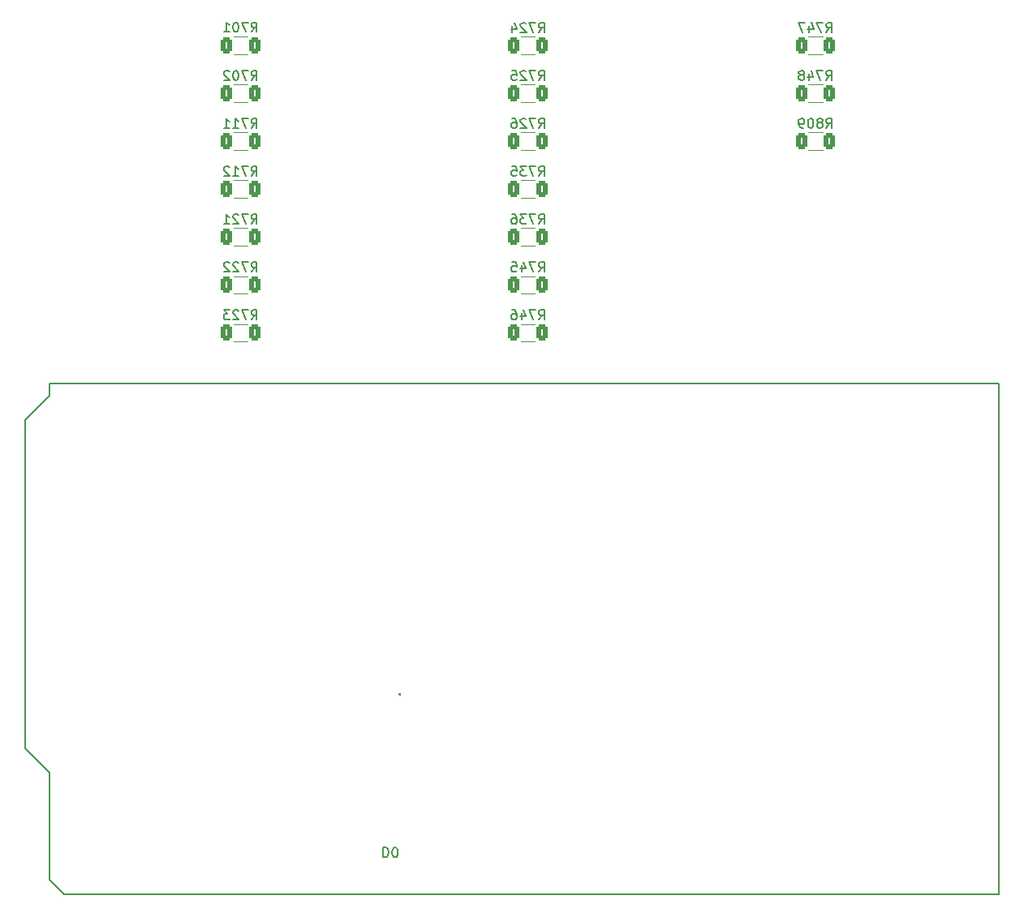
<source format=gbr>
%TF.GenerationSoftware,KiCad,Pcbnew,8.0.6*%
%TF.CreationDate,2025-01-04T02:04:51-08:00*%
%TF.ProjectId,MEP-MAXI-85V-1-REV-2-Interface-Board,4d45502d-4d41-4584-992d-3835562d312d,X1*%
%TF.SameCoordinates,Original*%
%TF.FileFunction,Legend,Bot*%
%TF.FilePolarity,Positive*%
%FSLAX46Y46*%
G04 Gerber Fmt 4.6, Leading zero omitted, Abs format (unit mm)*
G04 Created by KiCad (PCBNEW 8.0.6) date 2025-01-04 02:04:51*
%MOMM*%
%LPD*%
G01*
G04 APERTURE LIST*
G04 Aperture macros list*
%AMRoundRect*
0 Rectangle with rounded corners*
0 $1 Rounding radius*
0 $2 $3 $4 $5 $6 $7 $8 $9 X,Y pos of 4 corners*
0 Add a 4 corners polygon primitive as box body*
4,1,4,$2,$3,$4,$5,$6,$7,$8,$9,$2,$3,0*
0 Add four circle primitives for the rounded corners*
1,1,$1+$1,$2,$3*
1,1,$1+$1,$4,$5*
1,1,$1+$1,$6,$7*
1,1,$1+$1,$8,$9*
0 Add four rect primitives between the rounded corners*
20,1,$1+$1,$2,$3,$4,$5,0*
20,1,$1+$1,$4,$5,$6,$7,0*
20,1,$1+$1,$6,$7,$8,$9,0*
20,1,$1+$1,$8,$9,$2,$3,0*%
G04 Aperture macros list end*
%ADD10C,0.150000*%
%ADD11C,0.120000*%
%ADD12RoundRect,0.250000X0.600000X0.725000X-0.600000X0.725000X-0.600000X-0.725000X0.600000X-0.725000X0*%
%ADD13O,1.700000X1.950000*%
%ADD14C,3.000000*%
%ADD15R,1.800000X4.400000*%
%ADD16O,1.800000X4.000000*%
%ADD17O,4.000000X1.800000*%
%ADD18C,0.900000*%
%ADD19C,10.000000*%
%ADD20O,1.727200X1.727200*%
%ADD21R,1.727200X1.727200*%
%ADD22RoundRect,0.250000X-0.600000X0.600000X-0.600000X-0.600000X0.600000X-0.600000X0.600000X0.600000X0*%
%ADD23C,1.700000*%
%ADD24RoundRect,0.500000X-1.350000X0.500000X-1.350000X-0.500000X1.350000X-0.500000X1.350000X0.500000X0*%
%ADD25RoundRect,0.500000X-0.900000X0.500000X-0.900000X-0.500000X0.900000X-0.500000X0.900000X0.500000X0*%
%ADD26O,2.800000X2.000000*%
%ADD27O,3.700000X2.000000*%
%ADD28R,3.000000X3.000000*%
%ADD29RoundRect,0.250000X0.312500X0.625000X-0.312500X0.625000X-0.312500X-0.625000X0.312500X-0.625000X0*%
G04 APERTURE END LIST*
D10*
X157257905Y-154140180D02*
X157257905Y-155140180D01*
X157257905Y-155140180D02*
X157496000Y-155140180D01*
X157496000Y-155140180D02*
X157638857Y-155092561D01*
X157638857Y-155092561D02*
X157734095Y-154997323D01*
X157734095Y-154997323D02*
X157781714Y-154902085D01*
X157781714Y-154902085D02*
X157829333Y-154711609D01*
X157829333Y-154711609D02*
X157829333Y-154568752D01*
X157829333Y-154568752D02*
X157781714Y-154378276D01*
X157781714Y-154378276D02*
X157734095Y-154283038D01*
X157734095Y-154283038D02*
X157638857Y-154187800D01*
X157638857Y-154187800D02*
X157496000Y-154140180D01*
X157496000Y-154140180D02*
X157257905Y-154140180D01*
X158448381Y-155140180D02*
X158543619Y-155140180D01*
X158543619Y-155140180D02*
X158638857Y-155092561D01*
X158638857Y-155092561D02*
X158686476Y-155044942D01*
X158686476Y-155044942D02*
X158734095Y-154949704D01*
X158734095Y-154949704D02*
X158781714Y-154759228D01*
X158781714Y-154759228D02*
X158781714Y-154521133D01*
X158781714Y-154521133D02*
X158734095Y-154330657D01*
X158734095Y-154330657D02*
X158686476Y-154235419D01*
X158686476Y-154235419D02*
X158638857Y-154187800D01*
X158638857Y-154187800D02*
X158543619Y-154140180D01*
X158543619Y-154140180D02*
X158448381Y-154140180D01*
X158448381Y-154140180D02*
X158353143Y-154187800D01*
X158353143Y-154187800D02*
X158305524Y-154235419D01*
X158305524Y-154235419D02*
X158257905Y-154330657D01*
X158257905Y-154330657D02*
X158210286Y-154521133D01*
X158210286Y-154521133D02*
X158210286Y-154759228D01*
X158210286Y-154759228D02*
X158257905Y-154949704D01*
X158257905Y-154949704D02*
X158305524Y-155044942D01*
X158305524Y-155044942D02*
X158353143Y-155092561D01*
X158353143Y-155092561D02*
X158448381Y-155140180D01*
X159012000Y-138063580D02*
X159059619Y-138111200D01*
X159059619Y-138111200D02*
X159012000Y-138158819D01*
X159012000Y-138158819D02*
X158964381Y-138111200D01*
X158964381Y-138111200D02*
X159012000Y-138063580D01*
X159012000Y-138063580D02*
X159012000Y-138158819D01*
X203488047Y-79014819D02*
X203821380Y-78538628D01*
X204059475Y-79014819D02*
X204059475Y-78014819D01*
X204059475Y-78014819D02*
X203678523Y-78014819D01*
X203678523Y-78014819D02*
X203583285Y-78062438D01*
X203583285Y-78062438D02*
X203535666Y-78110057D01*
X203535666Y-78110057D02*
X203488047Y-78205295D01*
X203488047Y-78205295D02*
X203488047Y-78348152D01*
X203488047Y-78348152D02*
X203535666Y-78443390D01*
X203535666Y-78443390D02*
X203583285Y-78491009D01*
X203583285Y-78491009D02*
X203678523Y-78538628D01*
X203678523Y-78538628D02*
X204059475Y-78538628D01*
X202916618Y-78443390D02*
X203011856Y-78395771D01*
X203011856Y-78395771D02*
X203059475Y-78348152D01*
X203059475Y-78348152D02*
X203107094Y-78252914D01*
X203107094Y-78252914D02*
X203107094Y-78205295D01*
X203107094Y-78205295D02*
X203059475Y-78110057D01*
X203059475Y-78110057D02*
X203011856Y-78062438D01*
X203011856Y-78062438D02*
X202916618Y-78014819D01*
X202916618Y-78014819D02*
X202726142Y-78014819D01*
X202726142Y-78014819D02*
X202630904Y-78062438D01*
X202630904Y-78062438D02*
X202583285Y-78110057D01*
X202583285Y-78110057D02*
X202535666Y-78205295D01*
X202535666Y-78205295D02*
X202535666Y-78252914D01*
X202535666Y-78252914D02*
X202583285Y-78348152D01*
X202583285Y-78348152D02*
X202630904Y-78395771D01*
X202630904Y-78395771D02*
X202726142Y-78443390D01*
X202726142Y-78443390D02*
X202916618Y-78443390D01*
X202916618Y-78443390D02*
X203011856Y-78491009D01*
X203011856Y-78491009D02*
X203059475Y-78538628D01*
X203059475Y-78538628D02*
X203107094Y-78633866D01*
X203107094Y-78633866D02*
X203107094Y-78824342D01*
X203107094Y-78824342D02*
X203059475Y-78919580D01*
X203059475Y-78919580D02*
X203011856Y-78967200D01*
X203011856Y-78967200D02*
X202916618Y-79014819D01*
X202916618Y-79014819D02*
X202726142Y-79014819D01*
X202726142Y-79014819D02*
X202630904Y-78967200D01*
X202630904Y-78967200D02*
X202583285Y-78919580D01*
X202583285Y-78919580D02*
X202535666Y-78824342D01*
X202535666Y-78824342D02*
X202535666Y-78633866D01*
X202535666Y-78633866D02*
X202583285Y-78538628D01*
X202583285Y-78538628D02*
X202630904Y-78491009D01*
X202630904Y-78491009D02*
X202726142Y-78443390D01*
X201916618Y-78014819D02*
X201821380Y-78014819D01*
X201821380Y-78014819D02*
X201726142Y-78062438D01*
X201726142Y-78062438D02*
X201678523Y-78110057D01*
X201678523Y-78110057D02*
X201630904Y-78205295D01*
X201630904Y-78205295D02*
X201583285Y-78395771D01*
X201583285Y-78395771D02*
X201583285Y-78633866D01*
X201583285Y-78633866D02*
X201630904Y-78824342D01*
X201630904Y-78824342D02*
X201678523Y-78919580D01*
X201678523Y-78919580D02*
X201726142Y-78967200D01*
X201726142Y-78967200D02*
X201821380Y-79014819D01*
X201821380Y-79014819D02*
X201916618Y-79014819D01*
X201916618Y-79014819D02*
X202011856Y-78967200D01*
X202011856Y-78967200D02*
X202059475Y-78919580D01*
X202059475Y-78919580D02*
X202107094Y-78824342D01*
X202107094Y-78824342D02*
X202154713Y-78633866D01*
X202154713Y-78633866D02*
X202154713Y-78395771D01*
X202154713Y-78395771D02*
X202107094Y-78205295D01*
X202107094Y-78205295D02*
X202059475Y-78110057D01*
X202059475Y-78110057D02*
X202011856Y-78062438D01*
X202011856Y-78062438D02*
X201916618Y-78014819D01*
X201107094Y-79014819D02*
X200916618Y-79014819D01*
X200916618Y-79014819D02*
X200821380Y-78967200D01*
X200821380Y-78967200D02*
X200773761Y-78919580D01*
X200773761Y-78919580D02*
X200678523Y-78776723D01*
X200678523Y-78776723D02*
X200630904Y-78586247D01*
X200630904Y-78586247D02*
X200630904Y-78205295D01*
X200630904Y-78205295D02*
X200678523Y-78110057D01*
X200678523Y-78110057D02*
X200726142Y-78062438D01*
X200726142Y-78062438D02*
X200821380Y-78014819D01*
X200821380Y-78014819D02*
X201011856Y-78014819D01*
X201011856Y-78014819D02*
X201107094Y-78062438D01*
X201107094Y-78062438D02*
X201154713Y-78110057D01*
X201154713Y-78110057D02*
X201202332Y-78205295D01*
X201202332Y-78205295D02*
X201202332Y-78443390D01*
X201202332Y-78443390D02*
X201154713Y-78538628D01*
X201154713Y-78538628D02*
X201107094Y-78586247D01*
X201107094Y-78586247D02*
X201011856Y-78633866D01*
X201011856Y-78633866D02*
X200821380Y-78633866D01*
X200821380Y-78633866D02*
X200726142Y-78586247D01*
X200726142Y-78586247D02*
X200678523Y-78538628D01*
X200678523Y-78538628D02*
X200630904Y-78443390D01*
X173489198Y-94014819D02*
X173822531Y-93538628D01*
X174060626Y-94014819D02*
X174060626Y-93014819D01*
X174060626Y-93014819D02*
X173679674Y-93014819D01*
X173679674Y-93014819D02*
X173584436Y-93062438D01*
X173584436Y-93062438D02*
X173536817Y-93110057D01*
X173536817Y-93110057D02*
X173489198Y-93205295D01*
X173489198Y-93205295D02*
X173489198Y-93348152D01*
X173489198Y-93348152D02*
X173536817Y-93443390D01*
X173536817Y-93443390D02*
X173584436Y-93491009D01*
X173584436Y-93491009D02*
X173679674Y-93538628D01*
X173679674Y-93538628D02*
X174060626Y-93538628D01*
X173155864Y-93014819D02*
X172489198Y-93014819D01*
X172489198Y-93014819D02*
X172917769Y-94014819D01*
X171679674Y-93348152D02*
X171679674Y-94014819D01*
X171917769Y-92967200D02*
X172155864Y-93681485D01*
X172155864Y-93681485D02*
X171536817Y-93681485D01*
X170679674Y-93014819D02*
X171155864Y-93014819D01*
X171155864Y-93014819D02*
X171203483Y-93491009D01*
X171203483Y-93491009D02*
X171155864Y-93443390D01*
X171155864Y-93443390D02*
X171060626Y-93395771D01*
X171060626Y-93395771D02*
X170822531Y-93395771D01*
X170822531Y-93395771D02*
X170727293Y-93443390D01*
X170727293Y-93443390D02*
X170679674Y-93491009D01*
X170679674Y-93491009D02*
X170632055Y-93586247D01*
X170632055Y-93586247D02*
X170632055Y-93824342D01*
X170632055Y-93824342D02*
X170679674Y-93919580D01*
X170679674Y-93919580D02*
X170727293Y-93967200D01*
X170727293Y-93967200D02*
X170822531Y-94014819D01*
X170822531Y-94014819D02*
X171060626Y-94014819D01*
X171060626Y-94014819D02*
X171155864Y-93967200D01*
X171155864Y-93967200D02*
X171203483Y-93919580D01*
X143488047Y-89014819D02*
X143821380Y-88538628D01*
X144059475Y-89014819D02*
X144059475Y-88014819D01*
X144059475Y-88014819D02*
X143678523Y-88014819D01*
X143678523Y-88014819D02*
X143583285Y-88062438D01*
X143583285Y-88062438D02*
X143535666Y-88110057D01*
X143535666Y-88110057D02*
X143488047Y-88205295D01*
X143488047Y-88205295D02*
X143488047Y-88348152D01*
X143488047Y-88348152D02*
X143535666Y-88443390D01*
X143535666Y-88443390D02*
X143583285Y-88491009D01*
X143583285Y-88491009D02*
X143678523Y-88538628D01*
X143678523Y-88538628D02*
X144059475Y-88538628D01*
X143154713Y-88014819D02*
X142488047Y-88014819D01*
X142488047Y-88014819D02*
X142916618Y-89014819D01*
X142154713Y-88110057D02*
X142107094Y-88062438D01*
X142107094Y-88062438D02*
X142011856Y-88014819D01*
X142011856Y-88014819D02*
X141773761Y-88014819D01*
X141773761Y-88014819D02*
X141678523Y-88062438D01*
X141678523Y-88062438D02*
X141630904Y-88110057D01*
X141630904Y-88110057D02*
X141583285Y-88205295D01*
X141583285Y-88205295D02*
X141583285Y-88300533D01*
X141583285Y-88300533D02*
X141630904Y-88443390D01*
X141630904Y-88443390D02*
X142202332Y-89014819D01*
X142202332Y-89014819D02*
X141583285Y-89014819D01*
X140630904Y-89014819D02*
X141202332Y-89014819D01*
X140916618Y-89014819D02*
X140916618Y-88014819D01*
X140916618Y-88014819D02*
X141011856Y-88157676D01*
X141011856Y-88157676D02*
X141107094Y-88252914D01*
X141107094Y-88252914D02*
X141202332Y-88300533D01*
X173488047Y-89014819D02*
X173821380Y-88538628D01*
X174059475Y-89014819D02*
X174059475Y-88014819D01*
X174059475Y-88014819D02*
X173678523Y-88014819D01*
X173678523Y-88014819D02*
X173583285Y-88062438D01*
X173583285Y-88062438D02*
X173535666Y-88110057D01*
X173535666Y-88110057D02*
X173488047Y-88205295D01*
X173488047Y-88205295D02*
X173488047Y-88348152D01*
X173488047Y-88348152D02*
X173535666Y-88443390D01*
X173535666Y-88443390D02*
X173583285Y-88491009D01*
X173583285Y-88491009D02*
X173678523Y-88538628D01*
X173678523Y-88538628D02*
X174059475Y-88538628D01*
X173154713Y-88014819D02*
X172488047Y-88014819D01*
X172488047Y-88014819D02*
X172916618Y-89014819D01*
X172202332Y-88014819D02*
X171583285Y-88014819D01*
X171583285Y-88014819D02*
X171916618Y-88395771D01*
X171916618Y-88395771D02*
X171773761Y-88395771D01*
X171773761Y-88395771D02*
X171678523Y-88443390D01*
X171678523Y-88443390D02*
X171630904Y-88491009D01*
X171630904Y-88491009D02*
X171583285Y-88586247D01*
X171583285Y-88586247D02*
X171583285Y-88824342D01*
X171583285Y-88824342D02*
X171630904Y-88919580D01*
X171630904Y-88919580D02*
X171678523Y-88967200D01*
X171678523Y-88967200D02*
X171773761Y-89014819D01*
X171773761Y-89014819D02*
X172059475Y-89014819D01*
X172059475Y-89014819D02*
X172154713Y-88967200D01*
X172154713Y-88967200D02*
X172202332Y-88919580D01*
X170726142Y-88014819D02*
X170916618Y-88014819D01*
X170916618Y-88014819D02*
X171011856Y-88062438D01*
X171011856Y-88062438D02*
X171059475Y-88110057D01*
X171059475Y-88110057D02*
X171154713Y-88252914D01*
X171154713Y-88252914D02*
X171202332Y-88443390D01*
X171202332Y-88443390D02*
X171202332Y-88824342D01*
X171202332Y-88824342D02*
X171154713Y-88919580D01*
X171154713Y-88919580D02*
X171107094Y-88967200D01*
X171107094Y-88967200D02*
X171011856Y-89014819D01*
X171011856Y-89014819D02*
X170821380Y-89014819D01*
X170821380Y-89014819D02*
X170726142Y-88967200D01*
X170726142Y-88967200D02*
X170678523Y-88919580D01*
X170678523Y-88919580D02*
X170630904Y-88824342D01*
X170630904Y-88824342D02*
X170630904Y-88586247D01*
X170630904Y-88586247D02*
X170678523Y-88491009D01*
X170678523Y-88491009D02*
X170726142Y-88443390D01*
X170726142Y-88443390D02*
X170821380Y-88395771D01*
X170821380Y-88395771D02*
X171011856Y-88395771D01*
X171011856Y-88395771D02*
X171107094Y-88443390D01*
X171107094Y-88443390D02*
X171154713Y-88491009D01*
X171154713Y-88491009D02*
X171202332Y-88586247D01*
X143488047Y-99014819D02*
X143821380Y-98538628D01*
X144059475Y-99014819D02*
X144059475Y-98014819D01*
X144059475Y-98014819D02*
X143678523Y-98014819D01*
X143678523Y-98014819D02*
X143583285Y-98062438D01*
X143583285Y-98062438D02*
X143535666Y-98110057D01*
X143535666Y-98110057D02*
X143488047Y-98205295D01*
X143488047Y-98205295D02*
X143488047Y-98348152D01*
X143488047Y-98348152D02*
X143535666Y-98443390D01*
X143535666Y-98443390D02*
X143583285Y-98491009D01*
X143583285Y-98491009D02*
X143678523Y-98538628D01*
X143678523Y-98538628D02*
X144059475Y-98538628D01*
X143154713Y-98014819D02*
X142488047Y-98014819D01*
X142488047Y-98014819D02*
X142916618Y-99014819D01*
X142154713Y-98110057D02*
X142107094Y-98062438D01*
X142107094Y-98062438D02*
X142011856Y-98014819D01*
X142011856Y-98014819D02*
X141773761Y-98014819D01*
X141773761Y-98014819D02*
X141678523Y-98062438D01*
X141678523Y-98062438D02*
X141630904Y-98110057D01*
X141630904Y-98110057D02*
X141583285Y-98205295D01*
X141583285Y-98205295D02*
X141583285Y-98300533D01*
X141583285Y-98300533D02*
X141630904Y-98443390D01*
X141630904Y-98443390D02*
X142202332Y-99014819D01*
X142202332Y-99014819D02*
X141583285Y-99014819D01*
X141249951Y-98014819D02*
X140630904Y-98014819D01*
X140630904Y-98014819D02*
X140964237Y-98395771D01*
X140964237Y-98395771D02*
X140821380Y-98395771D01*
X140821380Y-98395771D02*
X140726142Y-98443390D01*
X140726142Y-98443390D02*
X140678523Y-98491009D01*
X140678523Y-98491009D02*
X140630904Y-98586247D01*
X140630904Y-98586247D02*
X140630904Y-98824342D01*
X140630904Y-98824342D02*
X140678523Y-98919580D01*
X140678523Y-98919580D02*
X140726142Y-98967200D01*
X140726142Y-98967200D02*
X140821380Y-99014819D01*
X140821380Y-99014819D02*
X141107094Y-99014819D01*
X141107094Y-99014819D02*
X141202332Y-98967200D01*
X141202332Y-98967200D02*
X141249951Y-98919580D01*
X143498047Y-68974819D02*
X143831380Y-68498628D01*
X144069475Y-68974819D02*
X144069475Y-67974819D01*
X144069475Y-67974819D02*
X143688523Y-67974819D01*
X143688523Y-67974819D02*
X143593285Y-68022438D01*
X143593285Y-68022438D02*
X143545666Y-68070057D01*
X143545666Y-68070057D02*
X143498047Y-68165295D01*
X143498047Y-68165295D02*
X143498047Y-68308152D01*
X143498047Y-68308152D02*
X143545666Y-68403390D01*
X143545666Y-68403390D02*
X143593285Y-68451009D01*
X143593285Y-68451009D02*
X143688523Y-68498628D01*
X143688523Y-68498628D02*
X144069475Y-68498628D01*
X143164713Y-67974819D02*
X142498047Y-67974819D01*
X142498047Y-67974819D02*
X142926618Y-68974819D01*
X141926618Y-67974819D02*
X141831380Y-67974819D01*
X141831380Y-67974819D02*
X141736142Y-68022438D01*
X141736142Y-68022438D02*
X141688523Y-68070057D01*
X141688523Y-68070057D02*
X141640904Y-68165295D01*
X141640904Y-68165295D02*
X141593285Y-68355771D01*
X141593285Y-68355771D02*
X141593285Y-68593866D01*
X141593285Y-68593866D02*
X141640904Y-68784342D01*
X141640904Y-68784342D02*
X141688523Y-68879580D01*
X141688523Y-68879580D02*
X141736142Y-68927200D01*
X141736142Y-68927200D02*
X141831380Y-68974819D01*
X141831380Y-68974819D02*
X141926618Y-68974819D01*
X141926618Y-68974819D02*
X142021856Y-68927200D01*
X142021856Y-68927200D02*
X142069475Y-68879580D01*
X142069475Y-68879580D02*
X142117094Y-68784342D01*
X142117094Y-68784342D02*
X142164713Y-68593866D01*
X142164713Y-68593866D02*
X142164713Y-68355771D01*
X142164713Y-68355771D02*
X142117094Y-68165295D01*
X142117094Y-68165295D02*
X142069475Y-68070057D01*
X142069475Y-68070057D02*
X142021856Y-68022438D01*
X142021856Y-68022438D02*
X141926618Y-67974819D01*
X140640904Y-68974819D02*
X141212332Y-68974819D01*
X140926618Y-68974819D02*
X140926618Y-67974819D01*
X140926618Y-67974819D02*
X141021856Y-68117676D01*
X141021856Y-68117676D02*
X141117094Y-68212914D01*
X141117094Y-68212914D02*
X141212332Y-68260533D01*
X203488047Y-74014819D02*
X203821380Y-73538628D01*
X204059475Y-74014819D02*
X204059475Y-73014819D01*
X204059475Y-73014819D02*
X203678523Y-73014819D01*
X203678523Y-73014819D02*
X203583285Y-73062438D01*
X203583285Y-73062438D02*
X203535666Y-73110057D01*
X203535666Y-73110057D02*
X203488047Y-73205295D01*
X203488047Y-73205295D02*
X203488047Y-73348152D01*
X203488047Y-73348152D02*
X203535666Y-73443390D01*
X203535666Y-73443390D02*
X203583285Y-73491009D01*
X203583285Y-73491009D02*
X203678523Y-73538628D01*
X203678523Y-73538628D02*
X204059475Y-73538628D01*
X203154713Y-73014819D02*
X202488047Y-73014819D01*
X202488047Y-73014819D02*
X202916618Y-74014819D01*
X201678523Y-73348152D02*
X201678523Y-74014819D01*
X201916618Y-72967200D02*
X202154713Y-73681485D01*
X202154713Y-73681485D02*
X201535666Y-73681485D01*
X201011856Y-73443390D02*
X201107094Y-73395771D01*
X201107094Y-73395771D02*
X201154713Y-73348152D01*
X201154713Y-73348152D02*
X201202332Y-73252914D01*
X201202332Y-73252914D02*
X201202332Y-73205295D01*
X201202332Y-73205295D02*
X201154713Y-73110057D01*
X201154713Y-73110057D02*
X201107094Y-73062438D01*
X201107094Y-73062438D02*
X201011856Y-73014819D01*
X201011856Y-73014819D02*
X200821380Y-73014819D01*
X200821380Y-73014819D02*
X200726142Y-73062438D01*
X200726142Y-73062438D02*
X200678523Y-73110057D01*
X200678523Y-73110057D02*
X200630904Y-73205295D01*
X200630904Y-73205295D02*
X200630904Y-73252914D01*
X200630904Y-73252914D02*
X200678523Y-73348152D01*
X200678523Y-73348152D02*
X200726142Y-73395771D01*
X200726142Y-73395771D02*
X200821380Y-73443390D01*
X200821380Y-73443390D02*
X201011856Y-73443390D01*
X201011856Y-73443390D02*
X201107094Y-73491009D01*
X201107094Y-73491009D02*
X201154713Y-73538628D01*
X201154713Y-73538628D02*
X201202332Y-73633866D01*
X201202332Y-73633866D02*
X201202332Y-73824342D01*
X201202332Y-73824342D02*
X201154713Y-73919580D01*
X201154713Y-73919580D02*
X201107094Y-73967200D01*
X201107094Y-73967200D02*
X201011856Y-74014819D01*
X201011856Y-74014819D02*
X200821380Y-74014819D01*
X200821380Y-74014819D02*
X200726142Y-73967200D01*
X200726142Y-73967200D02*
X200678523Y-73919580D01*
X200678523Y-73919580D02*
X200630904Y-73824342D01*
X200630904Y-73824342D02*
X200630904Y-73633866D01*
X200630904Y-73633866D02*
X200678523Y-73538628D01*
X200678523Y-73538628D02*
X200726142Y-73491009D01*
X200726142Y-73491009D02*
X200821380Y-73443390D01*
X203489198Y-69010524D02*
X203822531Y-68534333D01*
X204060626Y-69010524D02*
X204060626Y-68010524D01*
X204060626Y-68010524D02*
X203679674Y-68010524D01*
X203679674Y-68010524D02*
X203584436Y-68058143D01*
X203584436Y-68058143D02*
X203536817Y-68105762D01*
X203536817Y-68105762D02*
X203489198Y-68201000D01*
X203489198Y-68201000D02*
X203489198Y-68343857D01*
X203489198Y-68343857D02*
X203536817Y-68439095D01*
X203536817Y-68439095D02*
X203584436Y-68486714D01*
X203584436Y-68486714D02*
X203679674Y-68534333D01*
X203679674Y-68534333D02*
X204060626Y-68534333D01*
X203155864Y-68010524D02*
X202489198Y-68010524D01*
X202489198Y-68010524D02*
X202917769Y-69010524D01*
X201679674Y-68343857D02*
X201679674Y-69010524D01*
X201917769Y-67962905D02*
X202155864Y-68677190D01*
X202155864Y-68677190D02*
X201536817Y-68677190D01*
X201251102Y-68010524D02*
X200584436Y-68010524D01*
X200584436Y-68010524D02*
X201013007Y-69010524D01*
X173488047Y-69014819D02*
X173821380Y-68538628D01*
X174059475Y-69014819D02*
X174059475Y-68014819D01*
X174059475Y-68014819D02*
X173678523Y-68014819D01*
X173678523Y-68014819D02*
X173583285Y-68062438D01*
X173583285Y-68062438D02*
X173535666Y-68110057D01*
X173535666Y-68110057D02*
X173488047Y-68205295D01*
X173488047Y-68205295D02*
X173488047Y-68348152D01*
X173488047Y-68348152D02*
X173535666Y-68443390D01*
X173535666Y-68443390D02*
X173583285Y-68491009D01*
X173583285Y-68491009D02*
X173678523Y-68538628D01*
X173678523Y-68538628D02*
X174059475Y-68538628D01*
X173154713Y-68014819D02*
X172488047Y-68014819D01*
X172488047Y-68014819D02*
X172916618Y-69014819D01*
X172154713Y-68110057D02*
X172107094Y-68062438D01*
X172107094Y-68062438D02*
X172011856Y-68014819D01*
X172011856Y-68014819D02*
X171773761Y-68014819D01*
X171773761Y-68014819D02*
X171678523Y-68062438D01*
X171678523Y-68062438D02*
X171630904Y-68110057D01*
X171630904Y-68110057D02*
X171583285Y-68205295D01*
X171583285Y-68205295D02*
X171583285Y-68300533D01*
X171583285Y-68300533D02*
X171630904Y-68443390D01*
X171630904Y-68443390D02*
X172202332Y-69014819D01*
X172202332Y-69014819D02*
X171583285Y-69014819D01*
X170726142Y-68348152D02*
X170726142Y-69014819D01*
X170964237Y-67967200D02*
X171202332Y-68681485D01*
X171202332Y-68681485D02*
X170583285Y-68681485D01*
X143488047Y-74014819D02*
X143821380Y-73538628D01*
X144059475Y-74014819D02*
X144059475Y-73014819D01*
X144059475Y-73014819D02*
X143678523Y-73014819D01*
X143678523Y-73014819D02*
X143583285Y-73062438D01*
X143583285Y-73062438D02*
X143535666Y-73110057D01*
X143535666Y-73110057D02*
X143488047Y-73205295D01*
X143488047Y-73205295D02*
X143488047Y-73348152D01*
X143488047Y-73348152D02*
X143535666Y-73443390D01*
X143535666Y-73443390D02*
X143583285Y-73491009D01*
X143583285Y-73491009D02*
X143678523Y-73538628D01*
X143678523Y-73538628D02*
X144059475Y-73538628D01*
X143154713Y-73014819D02*
X142488047Y-73014819D01*
X142488047Y-73014819D02*
X142916618Y-74014819D01*
X141916618Y-73014819D02*
X141821380Y-73014819D01*
X141821380Y-73014819D02*
X141726142Y-73062438D01*
X141726142Y-73062438D02*
X141678523Y-73110057D01*
X141678523Y-73110057D02*
X141630904Y-73205295D01*
X141630904Y-73205295D02*
X141583285Y-73395771D01*
X141583285Y-73395771D02*
X141583285Y-73633866D01*
X141583285Y-73633866D02*
X141630904Y-73824342D01*
X141630904Y-73824342D02*
X141678523Y-73919580D01*
X141678523Y-73919580D02*
X141726142Y-73967200D01*
X141726142Y-73967200D02*
X141821380Y-74014819D01*
X141821380Y-74014819D02*
X141916618Y-74014819D01*
X141916618Y-74014819D02*
X142011856Y-73967200D01*
X142011856Y-73967200D02*
X142059475Y-73919580D01*
X142059475Y-73919580D02*
X142107094Y-73824342D01*
X142107094Y-73824342D02*
X142154713Y-73633866D01*
X142154713Y-73633866D02*
X142154713Y-73395771D01*
X142154713Y-73395771D02*
X142107094Y-73205295D01*
X142107094Y-73205295D02*
X142059475Y-73110057D01*
X142059475Y-73110057D02*
X142011856Y-73062438D01*
X142011856Y-73062438D02*
X141916618Y-73014819D01*
X141202332Y-73110057D02*
X141154713Y-73062438D01*
X141154713Y-73062438D02*
X141059475Y-73014819D01*
X141059475Y-73014819D02*
X140821380Y-73014819D01*
X140821380Y-73014819D02*
X140726142Y-73062438D01*
X140726142Y-73062438D02*
X140678523Y-73110057D01*
X140678523Y-73110057D02*
X140630904Y-73205295D01*
X140630904Y-73205295D02*
X140630904Y-73300533D01*
X140630904Y-73300533D02*
X140678523Y-73443390D01*
X140678523Y-73443390D02*
X141249951Y-74014819D01*
X141249951Y-74014819D02*
X140630904Y-74014819D01*
X143488047Y-94014819D02*
X143821380Y-93538628D01*
X144059475Y-94014819D02*
X144059475Y-93014819D01*
X144059475Y-93014819D02*
X143678523Y-93014819D01*
X143678523Y-93014819D02*
X143583285Y-93062438D01*
X143583285Y-93062438D02*
X143535666Y-93110057D01*
X143535666Y-93110057D02*
X143488047Y-93205295D01*
X143488047Y-93205295D02*
X143488047Y-93348152D01*
X143488047Y-93348152D02*
X143535666Y-93443390D01*
X143535666Y-93443390D02*
X143583285Y-93491009D01*
X143583285Y-93491009D02*
X143678523Y-93538628D01*
X143678523Y-93538628D02*
X144059475Y-93538628D01*
X143154713Y-93014819D02*
X142488047Y-93014819D01*
X142488047Y-93014819D02*
X142916618Y-94014819D01*
X142154713Y-93110057D02*
X142107094Y-93062438D01*
X142107094Y-93062438D02*
X142011856Y-93014819D01*
X142011856Y-93014819D02*
X141773761Y-93014819D01*
X141773761Y-93014819D02*
X141678523Y-93062438D01*
X141678523Y-93062438D02*
X141630904Y-93110057D01*
X141630904Y-93110057D02*
X141583285Y-93205295D01*
X141583285Y-93205295D02*
X141583285Y-93300533D01*
X141583285Y-93300533D02*
X141630904Y-93443390D01*
X141630904Y-93443390D02*
X142202332Y-94014819D01*
X142202332Y-94014819D02*
X141583285Y-94014819D01*
X141202332Y-93110057D02*
X141154713Y-93062438D01*
X141154713Y-93062438D02*
X141059475Y-93014819D01*
X141059475Y-93014819D02*
X140821380Y-93014819D01*
X140821380Y-93014819D02*
X140726142Y-93062438D01*
X140726142Y-93062438D02*
X140678523Y-93110057D01*
X140678523Y-93110057D02*
X140630904Y-93205295D01*
X140630904Y-93205295D02*
X140630904Y-93300533D01*
X140630904Y-93300533D02*
X140678523Y-93443390D01*
X140678523Y-93443390D02*
X141249951Y-94014819D01*
X141249951Y-94014819D02*
X140630904Y-94014819D01*
X173488047Y-74014819D02*
X173821380Y-73538628D01*
X174059475Y-74014819D02*
X174059475Y-73014819D01*
X174059475Y-73014819D02*
X173678523Y-73014819D01*
X173678523Y-73014819D02*
X173583285Y-73062438D01*
X173583285Y-73062438D02*
X173535666Y-73110057D01*
X173535666Y-73110057D02*
X173488047Y-73205295D01*
X173488047Y-73205295D02*
X173488047Y-73348152D01*
X173488047Y-73348152D02*
X173535666Y-73443390D01*
X173535666Y-73443390D02*
X173583285Y-73491009D01*
X173583285Y-73491009D02*
X173678523Y-73538628D01*
X173678523Y-73538628D02*
X174059475Y-73538628D01*
X173154713Y-73014819D02*
X172488047Y-73014819D01*
X172488047Y-73014819D02*
X172916618Y-74014819D01*
X172154713Y-73110057D02*
X172107094Y-73062438D01*
X172107094Y-73062438D02*
X172011856Y-73014819D01*
X172011856Y-73014819D02*
X171773761Y-73014819D01*
X171773761Y-73014819D02*
X171678523Y-73062438D01*
X171678523Y-73062438D02*
X171630904Y-73110057D01*
X171630904Y-73110057D02*
X171583285Y-73205295D01*
X171583285Y-73205295D02*
X171583285Y-73300533D01*
X171583285Y-73300533D02*
X171630904Y-73443390D01*
X171630904Y-73443390D02*
X172202332Y-74014819D01*
X172202332Y-74014819D02*
X171583285Y-74014819D01*
X170678523Y-73014819D02*
X171154713Y-73014819D01*
X171154713Y-73014819D02*
X171202332Y-73491009D01*
X171202332Y-73491009D02*
X171154713Y-73443390D01*
X171154713Y-73443390D02*
X171059475Y-73395771D01*
X171059475Y-73395771D02*
X170821380Y-73395771D01*
X170821380Y-73395771D02*
X170726142Y-73443390D01*
X170726142Y-73443390D02*
X170678523Y-73491009D01*
X170678523Y-73491009D02*
X170630904Y-73586247D01*
X170630904Y-73586247D02*
X170630904Y-73824342D01*
X170630904Y-73824342D02*
X170678523Y-73919580D01*
X170678523Y-73919580D02*
X170726142Y-73967200D01*
X170726142Y-73967200D02*
X170821380Y-74014819D01*
X170821380Y-74014819D02*
X171059475Y-74014819D01*
X171059475Y-74014819D02*
X171154713Y-73967200D01*
X171154713Y-73967200D02*
X171202332Y-73919580D01*
X173488047Y-79014819D02*
X173821380Y-78538628D01*
X174059475Y-79014819D02*
X174059475Y-78014819D01*
X174059475Y-78014819D02*
X173678523Y-78014819D01*
X173678523Y-78014819D02*
X173583285Y-78062438D01*
X173583285Y-78062438D02*
X173535666Y-78110057D01*
X173535666Y-78110057D02*
X173488047Y-78205295D01*
X173488047Y-78205295D02*
X173488047Y-78348152D01*
X173488047Y-78348152D02*
X173535666Y-78443390D01*
X173535666Y-78443390D02*
X173583285Y-78491009D01*
X173583285Y-78491009D02*
X173678523Y-78538628D01*
X173678523Y-78538628D02*
X174059475Y-78538628D01*
X173154713Y-78014819D02*
X172488047Y-78014819D01*
X172488047Y-78014819D02*
X172916618Y-79014819D01*
X172154713Y-78110057D02*
X172107094Y-78062438D01*
X172107094Y-78062438D02*
X172011856Y-78014819D01*
X172011856Y-78014819D02*
X171773761Y-78014819D01*
X171773761Y-78014819D02*
X171678523Y-78062438D01*
X171678523Y-78062438D02*
X171630904Y-78110057D01*
X171630904Y-78110057D02*
X171583285Y-78205295D01*
X171583285Y-78205295D02*
X171583285Y-78300533D01*
X171583285Y-78300533D02*
X171630904Y-78443390D01*
X171630904Y-78443390D02*
X172202332Y-79014819D01*
X172202332Y-79014819D02*
X171583285Y-79014819D01*
X170726142Y-78014819D02*
X170916618Y-78014819D01*
X170916618Y-78014819D02*
X171011856Y-78062438D01*
X171011856Y-78062438D02*
X171059475Y-78110057D01*
X171059475Y-78110057D02*
X171154713Y-78252914D01*
X171154713Y-78252914D02*
X171202332Y-78443390D01*
X171202332Y-78443390D02*
X171202332Y-78824342D01*
X171202332Y-78824342D02*
X171154713Y-78919580D01*
X171154713Y-78919580D02*
X171107094Y-78967200D01*
X171107094Y-78967200D02*
X171011856Y-79014819D01*
X171011856Y-79014819D02*
X170821380Y-79014819D01*
X170821380Y-79014819D02*
X170726142Y-78967200D01*
X170726142Y-78967200D02*
X170678523Y-78919580D01*
X170678523Y-78919580D02*
X170630904Y-78824342D01*
X170630904Y-78824342D02*
X170630904Y-78586247D01*
X170630904Y-78586247D02*
X170678523Y-78491009D01*
X170678523Y-78491009D02*
X170726142Y-78443390D01*
X170726142Y-78443390D02*
X170821380Y-78395771D01*
X170821380Y-78395771D02*
X171011856Y-78395771D01*
X171011856Y-78395771D02*
X171107094Y-78443390D01*
X171107094Y-78443390D02*
X171154713Y-78491009D01*
X171154713Y-78491009D02*
X171202332Y-78586247D01*
X143488047Y-84014819D02*
X143821380Y-83538628D01*
X144059475Y-84014819D02*
X144059475Y-83014819D01*
X144059475Y-83014819D02*
X143678523Y-83014819D01*
X143678523Y-83014819D02*
X143583285Y-83062438D01*
X143583285Y-83062438D02*
X143535666Y-83110057D01*
X143535666Y-83110057D02*
X143488047Y-83205295D01*
X143488047Y-83205295D02*
X143488047Y-83348152D01*
X143488047Y-83348152D02*
X143535666Y-83443390D01*
X143535666Y-83443390D02*
X143583285Y-83491009D01*
X143583285Y-83491009D02*
X143678523Y-83538628D01*
X143678523Y-83538628D02*
X144059475Y-83538628D01*
X143154713Y-83014819D02*
X142488047Y-83014819D01*
X142488047Y-83014819D02*
X142916618Y-84014819D01*
X141583285Y-84014819D02*
X142154713Y-84014819D01*
X141868999Y-84014819D02*
X141868999Y-83014819D01*
X141868999Y-83014819D02*
X141964237Y-83157676D01*
X141964237Y-83157676D02*
X142059475Y-83252914D01*
X142059475Y-83252914D02*
X142154713Y-83300533D01*
X141202332Y-83110057D02*
X141154713Y-83062438D01*
X141154713Y-83062438D02*
X141059475Y-83014819D01*
X141059475Y-83014819D02*
X140821380Y-83014819D01*
X140821380Y-83014819D02*
X140726142Y-83062438D01*
X140726142Y-83062438D02*
X140678523Y-83110057D01*
X140678523Y-83110057D02*
X140630904Y-83205295D01*
X140630904Y-83205295D02*
X140630904Y-83300533D01*
X140630904Y-83300533D02*
X140678523Y-83443390D01*
X140678523Y-83443390D02*
X141249951Y-84014819D01*
X141249951Y-84014819D02*
X140630904Y-84014819D01*
X143488047Y-79014819D02*
X143821380Y-78538628D01*
X144059475Y-79014819D02*
X144059475Y-78014819D01*
X144059475Y-78014819D02*
X143678523Y-78014819D01*
X143678523Y-78014819D02*
X143583285Y-78062438D01*
X143583285Y-78062438D02*
X143535666Y-78110057D01*
X143535666Y-78110057D02*
X143488047Y-78205295D01*
X143488047Y-78205295D02*
X143488047Y-78348152D01*
X143488047Y-78348152D02*
X143535666Y-78443390D01*
X143535666Y-78443390D02*
X143583285Y-78491009D01*
X143583285Y-78491009D02*
X143678523Y-78538628D01*
X143678523Y-78538628D02*
X144059475Y-78538628D01*
X143154713Y-78014819D02*
X142488047Y-78014819D01*
X142488047Y-78014819D02*
X142916618Y-79014819D01*
X141583285Y-79014819D02*
X142154713Y-79014819D01*
X141868999Y-79014819D02*
X141868999Y-78014819D01*
X141868999Y-78014819D02*
X141964237Y-78157676D01*
X141964237Y-78157676D02*
X142059475Y-78252914D01*
X142059475Y-78252914D02*
X142154713Y-78300533D01*
X140630904Y-79014819D02*
X141202332Y-79014819D01*
X140916618Y-79014819D02*
X140916618Y-78014819D01*
X140916618Y-78014819D02*
X141011856Y-78157676D01*
X141011856Y-78157676D02*
X141107094Y-78252914D01*
X141107094Y-78252914D02*
X141202332Y-78300533D01*
X173488047Y-84014819D02*
X173821380Y-83538628D01*
X174059475Y-84014819D02*
X174059475Y-83014819D01*
X174059475Y-83014819D02*
X173678523Y-83014819D01*
X173678523Y-83014819D02*
X173583285Y-83062438D01*
X173583285Y-83062438D02*
X173535666Y-83110057D01*
X173535666Y-83110057D02*
X173488047Y-83205295D01*
X173488047Y-83205295D02*
X173488047Y-83348152D01*
X173488047Y-83348152D02*
X173535666Y-83443390D01*
X173535666Y-83443390D02*
X173583285Y-83491009D01*
X173583285Y-83491009D02*
X173678523Y-83538628D01*
X173678523Y-83538628D02*
X174059475Y-83538628D01*
X173154713Y-83014819D02*
X172488047Y-83014819D01*
X172488047Y-83014819D02*
X172916618Y-84014819D01*
X172202332Y-83014819D02*
X171583285Y-83014819D01*
X171583285Y-83014819D02*
X171916618Y-83395771D01*
X171916618Y-83395771D02*
X171773761Y-83395771D01*
X171773761Y-83395771D02*
X171678523Y-83443390D01*
X171678523Y-83443390D02*
X171630904Y-83491009D01*
X171630904Y-83491009D02*
X171583285Y-83586247D01*
X171583285Y-83586247D02*
X171583285Y-83824342D01*
X171583285Y-83824342D02*
X171630904Y-83919580D01*
X171630904Y-83919580D02*
X171678523Y-83967200D01*
X171678523Y-83967200D02*
X171773761Y-84014819D01*
X171773761Y-84014819D02*
X172059475Y-84014819D01*
X172059475Y-84014819D02*
X172154713Y-83967200D01*
X172154713Y-83967200D02*
X172202332Y-83919580D01*
X170678523Y-83014819D02*
X171154713Y-83014819D01*
X171154713Y-83014819D02*
X171202332Y-83491009D01*
X171202332Y-83491009D02*
X171154713Y-83443390D01*
X171154713Y-83443390D02*
X171059475Y-83395771D01*
X171059475Y-83395771D02*
X170821380Y-83395771D01*
X170821380Y-83395771D02*
X170726142Y-83443390D01*
X170726142Y-83443390D02*
X170678523Y-83491009D01*
X170678523Y-83491009D02*
X170630904Y-83586247D01*
X170630904Y-83586247D02*
X170630904Y-83824342D01*
X170630904Y-83824342D02*
X170678523Y-83919580D01*
X170678523Y-83919580D02*
X170726142Y-83967200D01*
X170726142Y-83967200D02*
X170821380Y-84014819D01*
X170821380Y-84014819D02*
X171059475Y-84014819D01*
X171059475Y-84014819D02*
X171154713Y-83967200D01*
X171154713Y-83967200D02*
X171202332Y-83919580D01*
X173488047Y-99014819D02*
X173821380Y-98538628D01*
X174059475Y-99014819D02*
X174059475Y-98014819D01*
X174059475Y-98014819D02*
X173678523Y-98014819D01*
X173678523Y-98014819D02*
X173583285Y-98062438D01*
X173583285Y-98062438D02*
X173535666Y-98110057D01*
X173535666Y-98110057D02*
X173488047Y-98205295D01*
X173488047Y-98205295D02*
X173488047Y-98348152D01*
X173488047Y-98348152D02*
X173535666Y-98443390D01*
X173535666Y-98443390D02*
X173583285Y-98491009D01*
X173583285Y-98491009D02*
X173678523Y-98538628D01*
X173678523Y-98538628D02*
X174059475Y-98538628D01*
X173154713Y-98014819D02*
X172488047Y-98014819D01*
X172488047Y-98014819D02*
X172916618Y-99014819D01*
X171678523Y-98348152D02*
X171678523Y-99014819D01*
X171916618Y-97967200D02*
X172154713Y-98681485D01*
X172154713Y-98681485D02*
X171535666Y-98681485D01*
X170726142Y-98014819D02*
X170916618Y-98014819D01*
X170916618Y-98014819D02*
X171011856Y-98062438D01*
X171011856Y-98062438D02*
X171059475Y-98110057D01*
X171059475Y-98110057D02*
X171154713Y-98252914D01*
X171154713Y-98252914D02*
X171202332Y-98443390D01*
X171202332Y-98443390D02*
X171202332Y-98824342D01*
X171202332Y-98824342D02*
X171154713Y-98919580D01*
X171154713Y-98919580D02*
X171107094Y-98967200D01*
X171107094Y-98967200D02*
X171011856Y-99014819D01*
X171011856Y-99014819D02*
X170821380Y-99014819D01*
X170821380Y-99014819D02*
X170726142Y-98967200D01*
X170726142Y-98967200D02*
X170678523Y-98919580D01*
X170678523Y-98919580D02*
X170630904Y-98824342D01*
X170630904Y-98824342D02*
X170630904Y-98586247D01*
X170630904Y-98586247D02*
X170678523Y-98491009D01*
X170678523Y-98491009D02*
X170726142Y-98443390D01*
X170726142Y-98443390D02*
X170821380Y-98395771D01*
X170821380Y-98395771D02*
X171011856Y-98395771D01*
X171011856Y-98395771D02*
X171107094Y-98443390D01*
X171107094Y-98443390D02*
X171154713Y-98491009D01*
X171154713Y-98491009D02*
X171202332Y-98586247D01*
%TO.C,A401*%
X119896000Y-109510000D02*
X119896000Y-143800000D01*
X119896000Y-143800000D02*
X122436000Y-146340000D01*
X122436000Y-105700000D02*
X122436000Y-106970000D01*
X122436000Y-106970000D02*
X119896000Y-109510000D01*
X122436000Y-146340000D02*
X122436000Y-157516000D01*
X123960000Y-159040000D02*
X122436000Y-157516000D01*
X221496000Y-105700000D02*
X122436000Y-105700000D01*
X221496000Y-159040000D02*
X123960000Y-159040000D01*
X221496000Y-159040000D02*
X221496000Y-105700000D01*
D11*
%TO.C,R809*%
X201641936Y-79470000D02*
X203096064Y-79470000D01*
X201641936Y-81290000D02*
X203096064Y-81290000D01*
%TO.C,R745*%
X171643087Y-94470000D02*
X173097215Y-94470000D01*
X171643087Y-96290000D02*
X173097215Y-96290000D01*
%TO.C,R721*%
X141641936Y-89470000D02*
X143096064Y-89470000D01*
X141641936Y-91290000D02*
X143096064Y-91290000D01*
%TO.C,R736*%
X171641936Y-89470000D02*
X173096064Y-89470000D01*
X171641936Y-91290000D02*
X173096064Y-91290000D01*
%TO.C,R723*%
X141641936Y-99470000D02*
X143096064Y-99470000D01*
X141641936Y-101290000D02*
X143096064Y-101290000D01*
%TO.C,R701*%
X141641936Y-69470000D02*
X143096064Y-69470000D01*
X141641936Y-71290000D02*
X143096064Y-71290000D01*
%TO.C,R748*%
X201641936Y-74470000D02*
X203096064Y-74470000D01*
X201641936Y-76290000D02*
X203096064Y-76290000D01*
%TO.C,R747*%
X201643087Y-69465705D02*
X203097215Y-69465705D01*
X201643087Y-71285705D02*
X203097215Y-71285705D01*
%TO.C,R724*%
X171641936Y-69470000D02*
X173096064Y-69470000D01*
X171641936Y-71290000D02*
X173096064Y-71290000D01*
%TO.C,R702*%
X141641936Y-74470000D02*
X143096064Y-74470000D01*
X141641936Y-76290000D02*
X143096064Y-76290000D01*
%TO.C,R722*%
X141641936Y-94470000D02*
X143096064Y-94470000D01*
X141641936Y-96290000D02*
X143096064Y-96290000D01*
%TO.C,R725*%
X171641936Y-74470000D02*
X173096064Y-74470000D01*
X171641936Y-76290000D02*
X173096064Y-76290000D01*
%TO.C,R726*%
X171641936Y-79470000D02*
X173096064Y-79470000D01*
X171641936Y-81290000D02*
X173096064Y-81290000D01*
%TO.C,R712*%
X141641936Y-84470000D02*
X143096064Y-84470000D01*
X141641936Y-86290000D02*
X143096064Y-86290000D01*
%TO.C,R711*%
X141641936Y-79470000D02*
X143096064Y-79470000D01*
X141641936Y-81290000D02*
X143096064Y-81290000D01*
%TO.C,R735*%
X171641936Y-84470000D02*
X173096064Y-84470000D01*
X171641936Y-86290000D02*
X173096064Y-86290000D01*
%TO.C,R746*%
X171641936Y-99470000D02*
X173096064Y-99470000D01*
X171641936Y-101290000D02*
X173096064Y-101290000D01*
%TD*%
%LPC*%
D12*
%TO.C,J408*%
X135669000Y-35680000D03*
D13*
X133169000Y-35680000D03*
X130669000Y-35680000D03*
X128169000Y-35680000D03*
%TD*%
D14*
%TO.C,TP708*%
X207869000Y-91880000D03*
%TD*%
D15*
%TO.C,J301*%
X76369000Y-130880000D03*
D16*
X70569000Y-130880000D03*
D17*
X73369000Y-135680000D03*
%TD*%
D14*
%TO.C,TP713*%
X217969000Y-84780000D03*
%TD*%
%TO.C,TP714*%
X217969000Y-91880000D03*
%TD*%
%TO.C,TP707*%
X207869000Y-84780000D03*
%TD*%
%TO.C,TP710*%
X212919000Y-84780000D03*
%TD*%
D18*
%TO.C,H103*%
X212019000Y-142280000D03*
X213117350Y-139628350D03*
X213117350Y-144931650D03*
X215769000Y-138530000D03*
D19*
X215769000Y-142280000D03*
D18*
X215769000Y-146030000D03*
X218420650Y-139628350D03*
X218420650Y-144931650D03*
X219519000Y-142280000D03*
%TD*%
D14*
%TO.C,TP716*%
X94219000Y-116930000D03*
%TD*%
D20*
%TO.C,A401*%
X193556000Y-108240000D03*
X185936000Y-108240000D03*
X183396000Y-108240000D03*
X155329000Y-136180000D03*
X127516000Y-156500000D03*
X124976000Y-156500000D03*
X170696000Y-108240000D03*
X168156000Y-108240000D03*
X165616000Y-108240000D03*
X163076000Y-108240000D03*
X160536000Y-108240000D03*
X157996000Y-108240000D03*
X155456000Y-108240000D03*
X152916000Y-108240000D03*
X147836000Y-108240000D03*
X145296000Y-108240000D03*
X142756000Y-108240000D03*
X140216000Y-108240000D03*
X197620000Y-156500000D03*
X132596000Y-108240000D03*
X130056000Y-108240000D03*
X157996000Y-156500000D03*
X160536000Y-156500000D03*
X163076000Y-156500000D03*
X165616000Y-156500000D03*
X168156000Y-156500000D03*
X170696000Y-156500000D03*
X173236000Y-156500000D03*
X175776000Y-156500000D03*
X179840000Y-156500000D03*
X182380000Y-156500000D03*
X184920000Y-156500000D03*
X187460000Y-156500000D03*
X190000000Y-156500000D03*
X192540000Y-156500000D03*
X152916000Y-156500000D03*
X150376000Y-156500000D03*
X147836000Y-156500000D03*
X145296000Y-156500000D03*
X142756000Y-156500000D03*
X140216000Y-156500000D03*
X137676000Y-156500000D03*
X135136000Y-156500000D03*
X127516000Y-153960000D03*
X124976000Y-153960000D03*
X127516000Y-151420000D03*
X124976000Y-151420000D03*
X127516000Y-148880000D03*
X124976000Y-148880000D03*
X127516000Y-146340000D03*
X124976000Y-146340000D03*
X127516000Y-143800000D03*
X124976000Y-143800000D03*
X127516000Y-141260000D03*
X124976000Y-141260000D03*
X127516000Y-138720000D03*
X124976000Y-138720000D03*
X127516000Y-136180000D03*
X124976000Y-136180000D03*
X127516000Y-133640000D03*
X124976000Y-133640000D03*
X127516000Y-131100000D03*
X124976000Y-131100000D03*
X127516000Y-128560000D03*
X124976000Y-128560000D03*
X127516000Y-126020000D03*
X124976000Y-126020000D03*
X127516000Y-123480000D03*
X124976000Y-123480000D03*
X127516000Y-120940000D03*
X124976000Y-120940000D03*
X127516000Y-118400000D03*
X124976000Y-118400000D03*
X127516000Y-115860000D03*
X124976000Y-115860000D03*
X137676000Y-108240000D03*
X135136000Y-108240000D03*
D21*
X195080000Y-156500000D03*
X180856000Y-108240000D03*
X178316000Y-108240000D03*
X155329000Y-131100000D03*
X127516000Y-113320000D03*
X124976000Y-113320000D03*
D20*
X191016000Y-108240000D03*
X157869000Y-136180000D03*
X155329000Y-133640000D03*
X188476000Y-108240000D03*
X157869000Y-131100000D03*
X157869000Y-133640000D03*
X202700000Y-156500000D03*
X200160000Y-156500000D03*
X175776000Y-108240000D03*
%TD*%
D14*
%TO.C,TP706*%
X202919000Y-98780000D03*
%TD*%
D18*
%TO.C,H104*%
X64619000Y-142280000D03*
X65717350Y-139628350D03*
X65717350Y-144931650D03*
X68369000Y-138530000D03*
D19*
X68369000Y-142280000D03*
D18*
X68369000Y-146030000D03*
X71020650Y-139628350D03*
X71020650Y-144931650D03*
X72119000Y-142280000D03*
%TD*%
D22*
%TO.C,J601*%
X195750000Y-36500000D03*
D23*
X195750000Y-39040000D03*
X193210000Y-36500000D03*
X193210000Y-39040000D03*
X190670000Y-36500000D03*
X190670000Y-39040000D03*
X188130000Y-36500000D03*
X188130000Y-39040000D03*
X185590000Y-36500000D03*
X185590000Y-39040000D03*
X183050000Y-36500000D03*
X183050000Y-39040000D03*
X180510000Y-36500000D03*
X180510000Y-39040000D03*
X177970000Y-36500000D03*
X177970000Y-39040000D03*
X175430000Y-36500000D03*
X175430000Y-39040000D03*
X172890000Y-36500000D03*
X172890000Y-39040000D03*
%TD*%
D14*
%TO.C,TP703*%
X197869000Y-98780000D03*
%TD*%
%TO.C,TP701*%
X197769000Y-84780000D03*
%TD*%
%TO.C,TP717*%
X88719000Y-74180000D03*
%TD*%
%TO.C,TP801*%
X76969000Y-38430000D03*
%TD*%
D18*
%TO.C,H101*%
X212019000Y-37980000D03*
X213117350Y-35328350D03*
X213117350Y-40631650D03*
X215769000Y-34230000D03*
D19*
X215769000Y-37980000D03*
D18*
X215769000Y-41730000D03*
X218420650Y-35328350D03*
X218420650Y-40631650D03*
X219519000Y-37980000D03*
%TD*%
D24*
%TO.C,F501*%
X66169000Y-45370000D03*
D25*
X66169000Y-52640000D03*
D26*
X66169000Y-61720000D03*
D27*
X66169000Y-68990000D03*
%TD*%
D14*
%TO.C,TP715*%
X218069000Y-98780000D03*
%TD*%
D18*
%TO.C,H102*%
X64619000Y-37980000D03*
X65717350Y-35328350D03*
X65717350Y-40631650D03*
X68369000Y-34230000D03*
D19*
X68369000Y-37980000D03*
D18*
X68369000Y-41730000D03*
X71020650Y-35328350D03*
X71020650Y-40631650D03*
X72119000Y-37980000D03*
%TD*%
D14*
%TO.C,TP704*%
X202819000Y-84780000D03*
%TD*%
%TO.C,TP709*%
X207969000Y-98780000D03*
%TD*%
%TO.C,TP702*%
X197769000Y-91880000D03*
%TD*%
D28*
%TO.C,J501*%
X155290000Y-36250000D03*
D14*
X150210000Y-36250000D03*
%TD*%
%TO.C,TP712*%
X213019000Y-98780000D03*
%TD*%
%TO.C,TP705*%
X202819000Y-91880000D03*
%TD*%
D22*
%TO.C,J201*%
X113769000Y-36380000D03*
D23*
X113769000Y-38920000D03*
X111229000Y-36380000D03*
X111229000Y-38920000D03*
X108689000Y-36380000D03*
X108689000Y-38920000D03*
X106149000Y-36380000D03*
X106149000Y-38920000D03*
X103609000Y-36380000D03*
X103609000Y-38920000D03*
X101069000Y-36380000D03*
X101069000Y-38920000D03*
X98529000Y-36380000D03*
X98529000Y-38920000D03*
%TD*%
D14*
%TO.C,TP711*%
X212919000Y-91880000D03*
%TD*%
D29*
%TO.C,R809*%
X203831500Y-80380000D03*
X200906500Y-80380000D03*
%TD*%
%TO.C,R745*%
X173832651Y-95380000D03*
X170907651Y-95380000D03*
%TD*%
%TO.C,R721*%
X143831500Y-90380000D03*
X140906500Y-90380000D03*
%TD*%
%TO.C,R736*%
X173831500Y-90380000D03*
X170906500Y-90380000D03*
%TD*%
%TO.C,R723*%
X143831500Y-100380000D03*
X140906500Y-100380000D03*
%TD*%
%TO.C,R701*%
X143831500Y-70380000D03*
X140906500Y-70380000D03*
%TD*%
%TO.C,R748*%
X203831500Y-75380000D03*
X200906500Y-75380000D03*
%TD*%
%TO.C,R747*%
X203832651Y-70375705D03*
X200907651Y-70375705D03*
%TD*%
%TO.C,R724*%
X173831500Y-70380000D03*
X170906500Y-70380000D03*
%TD*%
%TO.C,R702*%
X143831500Y-75380000D03*
X140906500Y-75380000D03*
%TD*%
%TO.C,R722*%
X143831500Y-95380000D03*
X140906500Y-95380000D03*
%TD*%
%TO.C,R725*%
X173831500Y-75380000D03*
X170906500Y-75380000D03*
%TD*%
%TO.C,R726*%
X173831500Y-80380000D03*
X170906500Y-80380000D03*
%TD*%
%TO.C,R712*%
X143831500Y-85380000D03*
X140906500Y-85380000D03*
%TD*%
%TO.C,R711*%
X143831500Y-80380000D03*
X140906500Y-80380000D03*
%TD*%
%TO.C,R735*%
X173831500Y-85380000D03*
X170906500Y-85380000D03*
%TD*%
%TO.C,R746*%
X173831500Y-100380000D03*
X170906500Y-100380000D03*
%TD*%
%LPD*%
M02*

</source>
